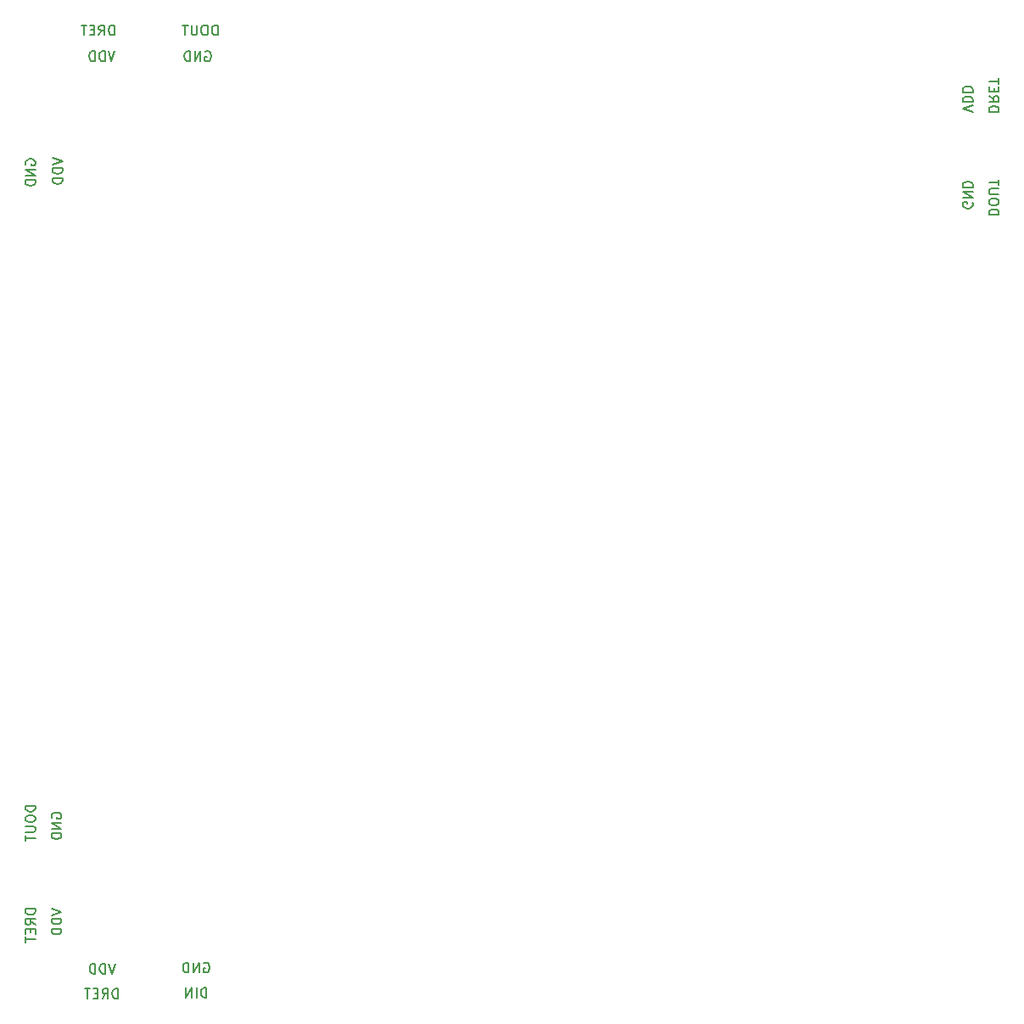
<source format=gbo>
G04 #@! TF.FileFunction,Legend,Bot*
%FSLAX46Y46*%
G04 Gerber Fmt 4.6, Leading zero omitted, Abs format (unit mm)*
G04 Created by KiCad (PCBNEW 4.0.1-stable) date 2016/01/10 9:36:40*
%MOMM*%
G01*
G04 APERTURE LIST*
%ADD10C,0.100000*%
%ADD11C,0.200000*%
%ADD12R,3.900120X3.900120*%
%ADD13R,2.127200X2.127200*%
%ADD14O,2.127200X2.127200*%
%ADD15C,4.900000*%
%ADD16C,1.800000*%
%ADD17C,1.000000*%
G04 APERTURE END LIST*
D10*
D11*
X60640476Y-37502381D02*
X60640476Y-36502381D01*
X60402381Y-36502381D01*
X60259523Y-36550000D01*
X60164285Y-36645238D01*
X60116666Y-36740476D01*
X60069047Y-36930952D01*
X60069047Y-37073810D01*
X60116666Y-37264286D01*
X60164285Y-37359524D01*
X60259523Y-37454762D01*
X60402381Y-37502381D01*
X60640476Y-37502381D01*
X59450000Y-36502381D02*
X59259523Y-36502381D01*
X59164285Y-36550000D01*
X59069047Y-36645238D01*
X59021428Y-36835714D01*
X59021428Y-37169048D01*
X59069047Y-37359524D01*
X59164285Y-37454762D01*
X59259523Y-37502381D01*
X59450000Y-37502381D01*
X59545238Y-37454762D01*
X59640476Y-37359524D01*
X59688095Y-37169048D01*
X59688095Y-36835714D01*
X59640476Y-36645238D01*
X59545238Y-36550000D01*
X59450000Y-36502381D01*
X58592857Y-36502381D02*
X58592857Y-37311905D01*
X58545238Y-37407143D01*
X58497619Y-37454762D01*
X58402381Y-37502381D01*
X58211904Y-37502381D01*
X58116666Y-37454762D01*
X58069047Y-37407143D01*
X58021428Y-37311905D01*
X58021428Y-36502381D01*
X57688095Y-36502381D02*
X57116666Y-36502381D01*
X57402381Y-37502381D02*
X57402381Y-36502381D01*
X59411904Y-39150000D02*
X59507142Y-39102381D01*
X59649999Y-39102381D01*
X59792857Y-39150000D01*
X59888095Y-39245238D01*
X59935714Y-39340476D01*
X59983333Y-39530952D01*
X59983333Y-39673810D01*
X59935714Y-39864286D01*
X59888095Y-39959524D01*
X59792857Y-40054762D01*
X59649999Y-40102381D01*
X59554761Y-40102381D01*
X59411904Y-40054762D01*
X59364285Y-40007143D01*
X59364285Y-39673810D01*
X59554761Y-39673810D01*
X58935714Y-40102381D02*
X58935714Y-39102381D01*
X58364285Y-40102381D01*
X58364285Y-39102381D01*
X57888095Y-40102381D02*
X57888095Y-39102381D01*
X57650000Y-39102381D01*
X57507142Y-39150000D01*
X57411904Y-39245238D01*
X57364285Y-39340476D01*
X57316666Y-39530952D01*
X57316666Y-39673810D01*
X57364285Y-39864286D01*
X57411904Y-39959524D01*
X57507142Y-40054762D01*
X57650000Y-40102381D01*
X57888095Y-40102381D01*
X50345238Y-37502381D02*
X50345238Y-36502381D01*
X50107143Y-36502381D01*
X49964285Y-36550000D01*
X49869047Y-36645238D01*
X49821428Y-36740476D01*
X49773809Y-36930952D01*
X49773809Y-37073810D01*
X49821428Y-37264286D01*
X49869047Y-37359524D01*
X49964285Y-37454762D01*
X50107143Y-37502381D01*
X50345238Y-37502381D01*
X48773809Y-37502381D02*
X49107143Y-37026190D01*
X49345238Y-37502381D02*
X49345238Y-36502381D01*
X48964285Y-36502381D01*
X48869047Y-36550000D01*
X48821428Y-36597619D01*
X48773809Y-36692857D01*
X48773809Y-36835714D01*
X48821428Y-36930952D01*
X48869047Y-36978571D01*
X48964285Y-37026190D01*
X49345238Y-37026190D01*
X48345238Y-36978571D02*
X48011904Y-36978571D01*
X47869047Y-37502381D02*
X48345238Y-37502381D01*
X48345238Y-36502381D01*
X47869047Y-36502381D01*
X47583333Y-36502381D02*
X47011904Y-36502381D01*
X47297619Y-37502381D02*
X47297619Y-36502381D01*
X50383333Y-39102381D02*
X50050000Y-40102381D01*
X49716666Y-39102381D01*
X49383333Y-40102381D02*
X49383333Y-39102381D01*
X49145238Y-39102381D01*
X49002380Y-39150000D01*
X48907142Y-39245238D01*
X48859523Y-39340476D01*
X48811904Y-39530952D01*
X48811904Y-39673810D01*
X48859523Y-39864286D01*
X48907142Y-39959524D01*
X49002380Y-40054762D01*
X49145238Y-40102381D01*
X49383333Y-40102381D01*
X48383333Y-40102381D02*
X48383333Y-39102381D01*
X48145238Y-39102381D01*
X48002380Y-39150000D01*
X47907142Y-39245238D01*
X47859523Y-39340476D01*
X47811904Y-39530952D01*
X47811904Y-39673810D01*
X47859523Y-39864286D01*
X47907142Y-39959524D01*
X48002380Y-40054762D01*
X48145238Y-40102381D01*
X48383333Y-40102381D01*
X135997619Y-45183333D02*
X134997619Y-44850000D01*
X135997619Y-44516666D01*
X134997619Y-44183333D02*
X135997619Y-44183333D01*
X135997619Y-43945238D01*
X135950000Y-43802380D01*
X135854762Y-43707142D01*
X135759524Y-43659523D01*
X135569048Y-43611904D01*
X135426190Y-43611904D01*
X135235714Y-43659523D01*
X135140476Y-43707142D01*
X135045238Y-43802380D01*
X134997619Y-43945238D01*
X134997619Y-44183333D01*
X134997619Y-43183333D02*
X135997619Y-43183333D01*
X135997619Y-42945238D01*
X135950000Y-42802380D01*
X135854762Y-42707142D01*
X135759524Y-42659523D01*
X135569048Y-42611904D01*
X135426190Y-42611904D01*
X135235714Y-42659523D01*
X135140476Y-42707142D01*
X135045238Y-42802380D01*
X134997619Y-42945238D01*
X134997619Y-43183333D01*
X137597619Y-45145238D02*
X138597619Y-45145238D01*
X138597619Y-44907143D01*
X138550000Y-44764285D01*
X138454762Y-44669047D01*
X138359524Y-44621428D01*
X138169048Y-44573809D01*
X138026190Y-44573809D01*
X137835714Y-44621428D01*
X137740476Y-44669047D01*
X137645238Y-44764285D01*
X137597619Y-44907143D01*
X137597619Y-45145238D01*
X137597619Y-43573809D02*
X138073810Y-43907143D01*
X137597619Y-44145238D02*
X138597619Y-44145238D01*
X138597619Y-43764285D01*
X138550000Y-43669047D01*
X138502381Y-43621428D01*
X138407143Y-43573809D01*
X138264286Y-43573809D01*
X138169048Y-43621428D01*
X138121429Y-43669047D01*
X138073810Y-43764285D01*
X138073810Y-44145238D01*
X138121429Y-43145238D02*
X138121429Y-42811904D01*
X137597619Y-42669047D02*
X137597619Y-43145238D01*
X138597619Y-43145238D01*
X138597619Y-42669047D01*
X138597619Y-42383333D02*
X138597619Y-41811904D01*
X137597619Y-42097619D02*
X138597619Y-42097619D01*
X135950000Y-54211904D02*
X135997619Y-54307142D01*
X135997619Y-54449999D01*
X135950000Y-54592857D01*
X135854762Y-54688095D01*
X135759524Y-54735714D01*
X135569048Y-54783333D01*
X135426190Y-54783333D01*
X135235714Y-54735714D01*
X135140476Y-54688095D01*
X135045238Y-54592857D01*
X134997619Y-54449999D01*
X134997619Y-54354761D01*
X135045238Y-54211904D01*
X135092857Y-54164285D01*
X135426190Y-54164285D01*
X135426190Y-54354761D01*
X134997619Y-53735714D02*
X135997619Y-53735714D01*
X134997619Y-53164285D01*
X135997619Y-53164285D01*
X134997619Y-52688095D02*
X135997619Y-52688095D01*
X135997619Y-52450000D01*
X135950000Y-52307142D01*
X135854762Y-52211904D01*
X135759524Y-52164285D01*
X135569048Y-52116666D01*
X135426190Y-52116666D01*
X135235714Y-52164285D01*
X135140476Y-52211904D01*
X135045238Y-52307142D01*
X134997619Y-52450000D01*
X134997619Y-52688095D01*
X137597619Y-55440476D02*
X138597619Y-55440476D01*
X138597619Y-55202381D01*
X138550000Y-55059523D01*
X138454762Y-54964285D01*
X138359524Y-54916666D01*
X138169048Y-54869047D01*
X138026190Y-54869047D01*
X137835714Y-54916666D01*
X137740476Y-54964285D01*
X137645238Y-55059523D01*
X137597619Y-55202381D01*
X137597619Y-55440476D01*
X138597619Y-54250000D02*
X138597619Y-54059523D01*
X138550000Y-53964285D01*
X138454762Y-53869047D01*
X138264286Y-53821428D01*
X137930952Y-53821428D01*
X137740476Y-53869047D01*
X137645238Y-53964285D01*
X137597619Y-54059523D01*
X137597619Y-54250000D01*
X137645238Y-54345238D01*
X137740476Y-54440476D01*
X137930952Y-54488095D01*
X138264286Y-54488095D01*
X138454762Y-54440476D01*
X138550000Y-54345238D01*
X138597619Y-54250000D01*
X138597619Y-53392857D02*
X137788095Y-53392857D01*
X137692857Y-53345238D01*
X137645238Y-53297619D01*
X137597619Y-53202381D01*
X137597619Y-53011904D01*
X137645238Y-52916666D01*
X137692857Y-52869047D01*
X137788095Y-52821428D01*
X138597619Y-52821428D01*
X138597619Y-52488095D02*
X138597619Y-51916666D01*
X137597619Y-52202381D02*
X138597619Y-52202381D01*
X44152381Y-49766667D02*
X45152381Y-50100000D01*
X44152381Y-50433334D01*
X45152381Y-50766667D02*
X44152381Y-50766667D01*
X44152381Y-51004762D01*
X44200000Y-51147620D01*
X44295238Y-51242858D01*
X44390476Y-51290477D01*
X44580952Y-51338096D01*
X44723810Y-51338096D01*
X44914286Y-51290477D01*
X45009524Y-51242858D01*
X45104762Y-51147620D01*
X45152381Y-51004762D01*
X45152381Y-50766667D01*
X45152381Y-51766667D02*
X44152381Y-51766667D01*
X44152381Y-52004762D01*
X44200000Y-52147620D01*
X44295238Y-52242858D01*
X44390476Y-52290477D01*
X44580952Y-52338096D01*
X44723810Y-52338096D01*
X44914286Y-52290477D01*
X45009524Y-52242858D01*
X45104762Y-52147620D01*
X45152381Y-52004762D01*
X45152381Y-51766667D01*
X41500000Y-50438096D02*
X41452381Y-50342858D01*
X41452381Y-50200001D01*
X41500000Y-50057143D01*
X41595238Y-49961905D01*
X41690476Y-49914286D01*
X41880952Y-49866667D01*
X42023810Y-49866667D01*
X42214286Y-49914286D01*
X42309524Y-49961905D01*
X42404762Y-50057143D01*
X42452381Y-50200001D01*
X42452381Y-50295239D01*
X42404762Y-50438096D01*
X42357143Y-50485715D01*
X42023810Y-50485715D01*
X42023810Y-50295239D01*
X42452381Y-50914286D02*
X41452381Y-50914286D01*
X42452381Y-51485715D01*
X41452381Y-51485715D01*
X42452381Y-51961905D02*
X41452381Y-51961905D01*
X41452381Y-52200000D01*
X41500000Y-52342858D01*
X41595238Y-52438096D01*
X41690476Y-52485715D01*
X41880952Y-52533334D01*
X42023810Y-52533334D01*
X42214286Y-52485715D01*
X42309524Y-52438096D01*
X42404762Y-52342858D01*
X42452381Y-52200000D01*
X42452381Y-51961905D01*
X42452381Y-114409524D02*
X41452381Y-114409524D01*
X41452381Y-114647619D01*
X41500000Y-114790477D01*
X41595238Y-114885715D01*
X41690476Y-114933334D01*
X41880952Y-114980953D01*
X42023810Y-114980953D01*
X42214286Y-114933334D01*
X42309524Y-114885715D01*
X42404762Y-114790477D01*
X42452381Y-114647619D01*
X42452381Y-114409524D01*
X41452381Y-115600000D02*
X41452381Y-115790477D01*
X41500000Y-115885715D01*
X41595238Y-115980953D01*
X41785714Y-116028572D01*
X42119048Y-116028572D01*
X42309524Y-115980953D01*
X42404762Y-115885715D01*
X42452381Y-115790477D01*
X42452381Y-115600000D01*
X42404762Y-115504762D01*
X42309524Y-115409524D01*
X42119048Y-115361905D01*
X41785714Y-115361905D01*
X41595238Y-115409524D01*
X41500000Y-115504762D01*
X41452381Y-115600000D01*
X41452381Y-116457143D02*
X42261905Y-116457143D01*
X42357143Y-116504762D01*
X42404762Y-116552381D01*
X42452381Y-116647619D01*
X42452381Y-116838096D01*
X42404762Y-116933334D01*
X42357143Y-116980953D01*
X42261905Y-117028572D01*
X41452381Y-117028572D01*
X41452381Y-117361905D02*
X41452381Y-117933334D01*
X42452381Y-117647619D02*
X41452381Y-117647619D01*
X44100000Y-115638096D02*
X44052381Y-115542858D01*
X44052381Y-115400001D01*
X44100000Y-115257143D01*
X44195238Y-115161905D01*
X44290476Y-115114286D01*
X44480952Y-115066667D01*
X44623810Y-115066667D01*
X44814286Y-115114286D01*
X44909524Y-115161905D01*
X45004762Y-115257143D01*
X45052381Y-115400001D01*
X45052381Y-115495239D01*
X45004762Y-115638096D01*
X44957143Y-115685715D01*
X44623810Y-115685715D01*
X44623810Y-115495239D01*
X45052381Y-116114286D02*
X44052381Y-116114286D01*
X45052381Y-116685715D01*
X44052381Y-116685715D01*
X45052381Y-117161905D02*
X44052381Y-117161905D01*
X44052381Y-117400000D01*
X44100000Y-117542858D01*
X44195238Y-117638096D01*
X44290476Y-117685715D01*
X44480952Y-117733334D01*
X44623810Y-117733334D01*
X44814286Y-117685715D01*
X44909524Y-117638096D01*
X45004762Y-117542858D01*
X45052381Y-117400000D01*
X45052381Y-117161905D01*
X42452381Y-124704762D02*
X41452381Y-124704762D01*
X41452381Y-124942857D01*
X41500000Y-125085715D01*
X41595238Y-125180953D01*
X41690476Y-125228572D01*
X41880952Y-125276191D01*
X42023810Y-125276191D01*
X42214286Y-125228572D01*
X42309524Y-125180953D01*
X42404762Y-125085715D01*
X42452381Y-124942857D01*
X42452381Y-124704762D01*
X42452381Y-126276191D02*
X41976190Y-125942857D01*
X42452381Y-125704762D02*
X41452381Y-125704762D01*
X41452381Y-126085715D01*
X41500000Y-126180953D01*
X41547619Y-126228572D01*
X41642857Y-126276191D01*
X41785714Y-126276191D01*
X41880952Y-126228572D01*
X41928571Y-126180953D01*
X41976190Y-126085715D01*
X41976190Y-125704762D01*
X41928571Y-126704762D02*
X41928571Y-127038096D01*
X42452381Y-127180953D02*
X42452381Y-126704762D01*
X41452381Y-126704762D01*
X41452381Y-127180953D01*
X41452381Y-127466667D02*
X41452381Y-128038096D01*
X42452381Y-127752381D02*
X41452381Y-127752381D01*
X44052381Y-124666667D02*
X45052381Y-125000000D01*
X44052381Y-125333334D01*
X45052381Y-125666667D02*
X44052381Y-125666667D01*
X44052381Y-125904762D01*
X44100000Y-126047620D01*
X44195238Y-126142858D01*
X44290476Y-126190477D01*
X44480952Y-126238096D01*
X44623810Y-126238096D01*
X44814286Y-126190477D01*
X44909524Y-126142858D01*
X45004762Y-126047620D01*
X45052381Y-125904762D01*
X45052381Y-125666667D01*
X45052381Y-126666667D02*
X44052381Y-126666667D01*
X44052381Y-126904762D01*
X44100000Y-127047620D01*
X44195238Y-127142858D01*
X44290476Y-127190477D01*
X44480952Y-127238096D01*
X44623810Y-127238096D01*
X44814286Y-127190477D01*
X44909524Y-127142858D01*
X45004762Y-127047620D01*
X45052381Y-126904762D01*
X45052381Y-126666667D01*
X59523809Y-133552381D02*
X59523809Y-132552381D01*
X59285714Y-132552381D01*
X59142856Y-132600000D01*
X59047618Y-132695238D01*
X58999999Y-132790476D01*
X58952380Y-132980952D01*
X58952380Y-133123810D01*
X58999999Y-133314286D01*
X59047618Y-133409524D01*
X59142856Y-133504762D01*
X59285714Y-133552381D01*
X59523809Y-133552381D01*
X58523809Y-133552381D02*
X58523809Y-132552381D01*
X58047619Y-133552381D02*
X58047619Y-132552381D01*
X57476190Y-133552381D01*
X57476190Y-132552381D01*
X59261904Y-130100000D02*
X59357142Y-130052381D01*
X59499999Y-130052381D01*
X59642857Y-130100000D01*
X59738095Y-130195238D01*
X59785714Y-130290476D01*
X59833333Y-130480952D01*
X59833333Y-130623810D01*
X59785714Y-130814286D01*
X59738095Y-130909524D01*
X59642857Y-131004762D01*
X59499999Y-131052381D01*
X59404761Y-131052381D01*
X59261904Y-131004762D01*
X59214285Y-130957143D01*
X59214285Y-130623810D01*
X59404761Y-130623810D01*
X58785714Y-131052381D02*
X58785714Y-130052381D01*
X58214285Y-131052381D01*
X58214285Y-130052381D01*
X57738095Y-131052381D02*
X57738095Y-130052381D01*
X57500000Y-130052381D01*
X57357142Y-130100000D01*
X57261904Y-130195238D01*
X57214285Y-130290476D01*
X57166666Y-130480952D01*
X57166666Y-130623810D01*
X57214285Y-130814286D01*
X57261904Y-130909524D01*
X57357142Y-131004762D01*
X57500000Y-131052381D01*
X57738095Y-131052381D01*
X50695238Y-133652381D02*
X50695238Y-132652381D01*
X50457143Y-132652381D01*
X50314285Y-132700000D01*
X50219047Y-132795238D01*
X50171428Y-132890476D01*
X50123809Y-133080952D01*
X50123809Y-133223810D01*
X50171428Y-133414286D01*
X50219047Y-133509524D01*
X50314285Y-133604762D01*
X50457143Y-133652381D01*
X50695238Y-133652381D01*
X49123809Y-133652381D02*
X49457143Y-133176190D01*
X49695238Y-133652381D02*
X49695238Y-132652381D01*
X49314285Y-132652381D01*
X49219047Y-132700000D01*
X49171428Y-132747619D01*
X49123809Y-132842857D01*
X49123809Y-132985714D01*
X49171428Y-133080952D01*
X49219047Y-133128571D01*
X49314285Y-133176190D01*
X49695238Y-133176190D01*
X48695238Y-133128571D02*
X48361904Y-133128571D01*
X48219047Y-133652381D02*
X48695238Y-133652381D01*
X48695238Y-132652381D01*
X48219047Y-132652381D01*
X47933333Y-132652381D02*
X47361904Y-132652381D01*
X47647619Y-133652381D02*
X47647619Y-132652381D01*
X50433333Y-130152381D02*
X50100000Y-131152381D01*
X49766666Y-130152381D01*
X49433333Y-131152381D02*
X49433333Y-130152381D01*
X49195238Y-130152381D01*
X49052380Y-130200000D01*
X48957142Y-130295238D01*
X48909523Y-130390476D01*
X48861904Y-130580952D01*
X48861904Y-130723810D01*
X48909523Y-130914286D01*
X48957142Y-131009524D01*
X49052380Y-131104762D01*
X49195238Y-131152381D01*
X49433333Y-131152381D01*
X48433333Y-131152381D02*
X48433333Y-130152381D01*
X48195238Y-130152381D01*
X48052380Y-130200000D01*
X47957142Y-130295238D01*
X47909523Y-130390476D01*
X47861904Y-130580952D01*
X47861904Y-130723810D01*
X47909523Y-130914286D01*
X47957142Y-131009524D01*
X48052380Y-131104762D01*
X48195238Y-131152381D01*
X48433333Y-131152381D01*
%LPC*%
D12*
X54200140Y-59000000D03*
X48200660Y-59000000D03*
X51200400Y-63699000D03*
D13*
X52500000Y-122500000D03*
D14*
X52500000Y-119960000D03*
X55040000Y-122500000D03*
X55040000Y-119960000D03*
D13*
X77500000Y-122500000D03*
D14*
X77500000Y-119960000D03*
X80040000Y-122500000D03*
X80040000Y-119960000D03*
D13*
X102500000Y-122500000D03*
D14*
X102500000Y-119960000D03*
X105040000Y-122500000D03*
X105040000Y-119960000D03*
D13*
X127500000Y-122500000D03*
D14*
X127500000Y-119960000D03*
X130040000Y-122500000D03*
X130040000Y-119960000D03*
D13*
X127500000Y-97500000D03*
D14*
X127500000Y-94960000D03*
X130040000Y-97500000D03*
X130040000Y-94960000D03*
D13*
X102500000Y-97500000D03*
D14*
X102500000Y-94960000D03*
X105040000Y-97500000D03*
X105040000Y-94960000D03*
D13*
X77500000Y-97500000D03*
D14*
X77500000Y-94960000D03*
X80040000Y-97500000D03*
X80040000Y-94960000D03*
D13*
X52500000Y-97500000D03*
D14*
X52500000Y-94960000D03*
X55040000Y-97500000D03*
X55040000Y-94960000D03*
D13*
X52500000Y-72500000D03*
D14*
X52500000Y-69960000D03*
X55040000Y-72500000D03*
X55040000Y-69960000D03*
D13*
X77500000Y-72500000D03*
D14*
X77500000Y-69960000D03*
X80040000Y-72500000D03*
X80040000Y-69960000D03*
D13*
X102500000Y-72500000D03*
D14*
X102500000Y-69960000D03*
X105040000Y-72500000D03*
X105040000Y-69960000D03*
D13*
X127500000Y-72500000D03*
D14*
X127500000Y-69960000D03*
X130040000Y-72500000D03*
X130040000Y-69960000D03*
D13*
X127500000Y-47500000D03*
D14*
X127500000Y-44960000D03*
X130040000Y-47500000D03*
X130040000Y-44960000D03*
D13*
X102500000Y-47500000D03*
D14*
X102500000Y-44960000D03*
X105040000Y-47500000D03*
X105040000Y-44960000D03*
D13*
X77500000Y-47500000D03*
D14*
X77500000Y-44960000D03*
X80040000Y-47500000D03*
X80040000Y-44960000D03*
D13*
X52500000Y-47500000D03*
D14*
X52500000Y-44960000D03*
X55040000Y-47500000D03*
X55040000Y-44960000D03*
D13*
X52500000Y-130500000D03*
D14*
X52500000Y-133040000D03*
X55040000Y-130500000D03*
X55040000Y-133040000D03*
D13*
X44500000Y-47500000D03*
D14*
X44500000Y-44960000D03*
X41960000Y-47500000D03*
X41960000Y-44960000D03*
D13*
X44500000Y-122500000D03*
D14*
X41960000Y-122500000D03*
X44500000Y-119960000D03*
X41960000Y-119960000D03*
D13*
X52500000Y-39500000D03*
D14*
X52500000Y-36960000D03*
X55040000Y-39500000D03*
X55040000Y-36960000D03*
D13*
X135500000Y-47500000D03*
D14*
X138040000Y-47500000D03*
X135500000Y-50040000D03*
X138040000Y-50040000D03*
D15*
X44000000Y-39000000D03*
X44000000Y-131000000D03*
X136000000Y-39000000D03*
X136000000Y-131000000D03*
D16*
X72500000Y-59000000D03*
X90000000Y-59000000D03*
X65500000Y-52500000D03*
X65500000Y-77500000D03*
X65500000Y-87500000D03*
X65500000Y-103000000D03*
X65500000Y-111500000D03*
X65500000Y-125000000D03*
X65500000Y-130000000D03*
X65500000Y-62000000D03*
X115500000Y-53000000D03*
X115500000Y-64000000D03*
X115500000Y-77500000D03*
X115500000Y-88000000D03*
X115500000Y-103000000D03*
X115500000Y-111500000D03*
X115500000Y-130000000D03*
X115500000Y-125000000D03*
X69800000Y-63500000D03*
X70400000Y-75700000D03*
X70900000Y-83000000D03*
X114100000Y-37300000D03*
X125300000Y-38400000D03*
X136100000Y-58100000D03*
X134900000Y-70400000D03*
X135700000Y-90100000D03*
X137100000Y-116500000D03*
X42600000Y-111800000D03*
X43100000Y-95600000D03*
X42800000Y-76100000D03*
X48300000Y-50600000D03*
X68100000Y-47200000D03*
X69900000Y-55100000D03*
X62900000Y-55900000D03*
X60400000Y-62400000D03*
X61600000Y-78900000D03*
X73900000Y-125500000D03*
X70000000Y-133000000D03*
X55700000Y-79900000D03*
X61400000Y-90100000D03*
X60400000Y-100600000D03*
X60800000Y-114700000D03*
X62600000Y-123700000D03*
X60800000Y-131800000D03*
X82900000Y-37400000D03*
X83000000Y-46500000D03*
X82500000Y-61800000D03*
X83000000Y-73500000D03*
X82700000Y-90600000D03*
X82900000Y-99100000D03*
X80500000Y-107000000D03*
X87600000Y-118200000D03*
X85300000Y-126500000D03*
X96900000Y-37800000D03*
X96900000Y-42900000D03*
X96900000Y-47800000D03*
X97000000Y-55400000D03*
X97100000Y-69400000D03*
X97200000Y-82300000D03*
X98200000Y-97700000D03*
X98600000Y-109000000D03*
X98100000Y-126600000D03*
X101200000Y-132800000D03*
X109000000Y-42400000D03*
X109100000Y-47200000D03*
X108700000Y-62000000D03*
X109000000Y-70600000D03*
X109400000Y-82300000D03*
X109800000Y-97300000D03*
X109700000Y-109100000D03*
X109900000Y-119800000D03*
X110300000Y-127400000D03*
X119500000Y-127400000D03*
X124300000Y-54000000D03*
X124300000Y-58600000D03*
X124100000Y-70000000D03*
X124200000Y-82500000D03*
X124300000Y-97000000D03*
X124400000Y-108900000D03*
X124200000Y-119900000D03*
D17*
X72500000Y-43500000D03*
X58500000Y-42000000D03*
X72500000Y-114500000D03*
X70500000Y-121000000D03*
X72000000Y-42000000D03*
X85500000Y-112500000D03*
X85500000Y-99000000D03*
X85500000Y-93000000D03*
X85500000Y-72500000D03*
X85500000Y-62500000D03*
X85500000Y-48500000D03*
X85500000Y-43000000D03*
X58100000Y-128500000D03*
X45000000Y-57500000D03*
X49000000Y-55000000D03*
X63000000Y-49000000D03*
X65000000Y-44000000D03*
X47000000Y-84000000D03*
X47000000Y-109000000D03*
X48000000Y-114500000D03*
X48000000Y-120000000D03*
X47000000Y-67000000D03*
X62500000Y-44000000D03*
X61000000Y-48000000D03*
X50500000Y-53500000D03*
X43500000Y-59000000D03*
X45000000Y-68500000D03*
X45000000Y-86500000D03*
X45000000Y-109500000D03*
X65000000Y-38500000D03*
X64000000Y-37500000D03*
X123500000Y-40500000D03*
X101500000Y-41000000D03*
X85500000Y-41000000D03*
X65500000Y-41000000D03*
X64000000Y-40000000D03*
X130000000Y-56000000D03*
X112500000Y-55500000D03*
X112500000Y-48500000D03*
X106000000Y-40000000D03*
X86500000Y-40000000D03*
M02*

</source>
